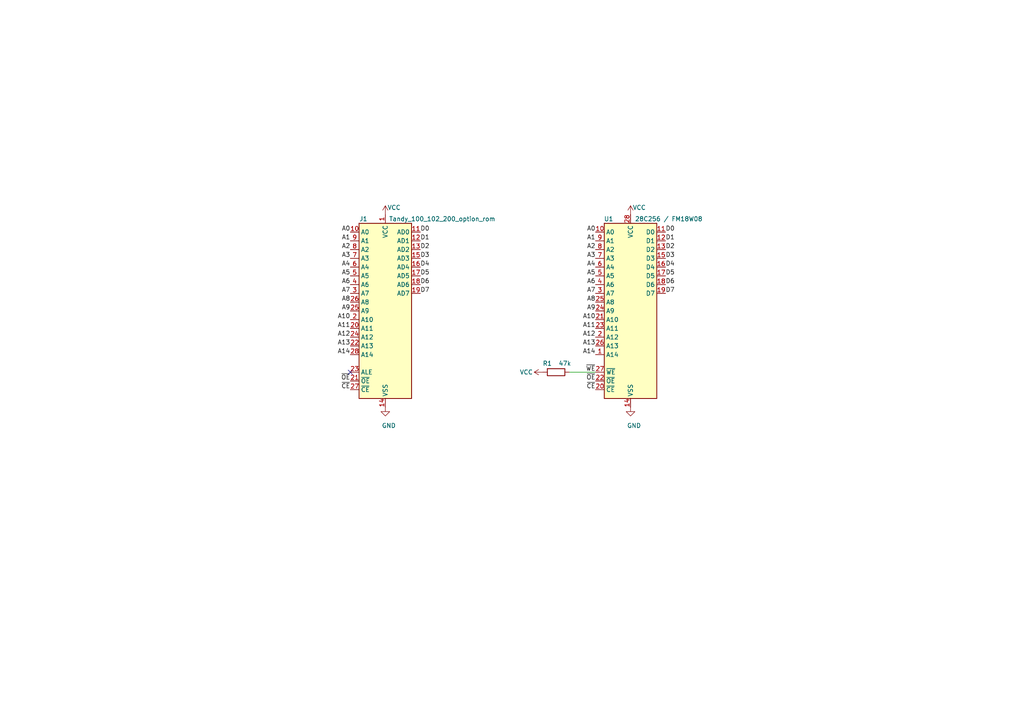
<source format=kicad_sch>
(kicad_sch (version 20211123) (generator eeschema)
  (paper "A4")
  (title_block (title "Teeprom") (date "2022-12-21") (rev "005") (company "Brian K. White - b.kenyon.w@gmail.com") (comment 1 "Option ROM for TANDY 100 102 200") (comment 2 "CC-BY-SA"))
  (lib_symbols
    (symbol "000_LOCAL:28C256"
      (property "Reference" "U" (at -7.62 26.67 0))
      (property "Value" "28C256" (at 2.54 -26.67 0))
      (symbol "28C256_1_1"
        (rectangle (start -7.62 25.4) (end 7.62 -25.4) (stroke (width 0.254)) (fill (type background)))
        (pin input line (at -10.16 -12.7 0) (length 2.54) (name "A14") (number "1"))
        (pin input line (at -10.16 22.86 0) (length 2.54) (name "A0") (number "10"))
        (pin tri_state line (at 10.16 22.86 180) (length 2.54) (name "D0") (number "11"))
        (pin tri_state line (at 10.16 20.32 180) (length 2.54) (name "D1") (number "12"))
        (pin tri_state line (at 10.16 17.78 180) (length 2.54) (name "D2") (number "13"))
        (pin power_in line (at 0 -27.94 90) (length 2.54) (name "VSS") (number "14"))
        (pin tri_state line (at 10.16 15.24 180) (length 2.54) (name "D3") (number "15"))
        (pin tri_state line (at 10.16 12.7 180) (length 2.54) (name "D4") (number "16"))
        (pin tri_state line (at 10.16 10.16 180) (length 2.54) (name "D5") (number "17"))
        (pin tri_state line (at 10.16 7.62 180) (length 2.54) (name "D6") (number "18"))
        (pin tri_state line (at 10.16 5.08 180) (length 2.54) (name "D7") (number "19"))
        (pin input line (at -10.16 -7.62 0) (length 2.54) (name "A12") (number "2"))
        (pin input line (at -10.16 -22.86 0) (length 2.54) (name "~{CE}") (number "20"))
        (pin input line (at -10.16 -2.54 0) (length 2.54) (name "A10") (number "21"))
        (pin input line (at -10.16 -20.32 0) (length 2.54) (name "~{OE}") (number "22"))
        (pin input line (at -10.16 -5.08 0) (length 2.54) (name "A11") (number "23"))
        (pin input line (at -10.16 0 0) (length 2.54) (name "A9") (number "24"))
        (pin input line (at -10.16 2.54 0) (length 2.54) (name "A8") (number "25"))
        (pin input line (at -10.16 -10.16 0) (length 2.54) (name "A13") (number "26"))
        (pin input line (at -10.16 -17.78 0) (length 2.54) (name "~{WE}") (number "27"))
        (pin power_in line (at 0 27.94 270) (length 2.54) (name "VCC") (number "28"))
        (pin input line (at -10.16 5.08 0) (length 2.54) (name "A7") (number "3"))
        (pin input line (at -10.16 7.62 0) (length 2.54) (name "A6") (number "4"))
        (pin input line (at -10.16 10.16 0) (length 2.54) (name "A5") (number "5"))
        (pin input line (at -10.16 12.7 0) (length 2.54) (name "A4") (number "6"))
        (pin input line (at -10.16 15.24 0) (length 2.54) (name "A3") (number "7"))
        (pin input line (at -10.16 17.78 0) (length 2.54) (name "A2") (number "8"))
        (pin input line (at -10.16 20.32 0) (length 2.54) (name "A1") (number "9"))
      )
    )
    (symbol "000_LOCAL:R" (pin_numbers hide) (pin_names (offset 0))
      (property "Reference" "R" (at 2.032 0 90))
      (property "Value" "R" (at 0 0 90))
      (symbol "R_0_1"
        (rectangle (start -1.016 -2.54) (end 1.016 2.54) (stroke (width 0.254)))
      )
      (symbol "R_1_1"
        (pin passive line (at 0 3.81 270) (length 1.27) (name "~") (number "1"))
        (pin passive line (at 0 -3.81 90) (length 1.27) (name "~") (number "2"))
      )
    )
    (symbol "000_LOCAL:Tandy_100_102_200_option_rom"
      (property "Reference" "U" (at -7.62 26.67 0))
      (property "Value" "Tandy_100_102_200_option_rom" (at 2.54 -26.67 0))
      (symbol "Tandy_100_102_200_option_rom_1_1"
        (rectangle (start -7.62 25.4) (end 7.62 -25.4) (stroke (width 0.254)) (fill (type background)))
        (pin power_in line (at 0 27.94 270) (length 2.54) (name "VCC") (number "1"))
        (pin input line (at -10.16 22.86 0) (length 2.54) (name "A0") (number "10"))
        (pin tri_state line (at 10.16 22.86 180) (length 2.54) (name "AD0") (number "11"))
        (pin tri_state line (at 10.16 20.32 180) (length 2.54) (name "AD1") (number "12"))
        (pin tri_state line (at 10.16 17.78 180) (length 2.54) (name "AD2") (number "13"))
        (pin power_in line (at 0 -27.94 90) (length 2.54) (name "VSS") (number "14"))
        (pin tri_state line (at 10.16 15.24 180) (length 2.54) (name "AD3") (number "15"))
        (pin tri_state line (at 10.16 12.7 180) (length 2.54) (name "AD4") (number "16"))
        (pin tri_state line (at 10.16 10.16 180) (length 2.54) (name "AD5") (number "17"))
        (pin tri_state line (at 10.16 7.62 180) (length 2.54) (name "AD6") (number "18"))
        (pin tri_state line (at 10.16 5.08 180) (length 2.54) (name "AD7") (number "19"))
        (pin input line (at -10.16 -2.54 0) (length 2.54) (name "A10") (number "2"))
        (pin input line (at -10.16 -5.08 0) (length 2.54) (name "A11") (number "20"))
        (pin input line (at -10.16 -20.32 0) (length 2.54) (name "~{OE}") (number "21"))
        (pin input line (at -10.16 -10.16 0) (length 2.54) (name "A13") (number "22"))
        (pin input line (at -10.16 -17.78 0) (length 2.54) (name "ALE") (number "23"))
        (pin input line (at -10.16 -7.62 0) (length 2.54) (name "A12") (number "24"))
        (pin input line (at -10.16 0 0) (length 2.54) (name "A9") (number "25"))
        (pin input line (at -10.16 2.54 0) (length 2.54) (name "A8") (number "26"))
        (pin input line (at -10.16 -22.86 0) (length 2.54) (name "~{CE}") (number "27"))
        (pin input line (at -10.16 -12.7 0) (length 2.54) (name "A14") (number "28"))
        (pin input line (at -10.16 5.08 0) (length 2.54) (name "A7") (number "3"))
        (pin input line (at -10.16 7.62 0) (length 2.54) (name "A6") (number "4"))
        (pin input line (at -10.16 10.16 0) (length 2.54) (name "A5") (number "5"))
        (pin input line (at -10.16 12.7 0) (length 2.54) (name "A4") (number "6"))
        (pin input line (at -10.16 15.24 0) (length 2.54) (name "A3") (number "7"))
        (pin input line (at -10.16 17.78 0) (length 2.54) (name "A2") (number "8"))
        (pin input line (at -10.16 20.32 0) (length 2.54) (name "A1") (number "9"))
      )
    )
    (symbol "power:GND" (power) (pin_names (offset 0))
      (property "Value" "GND" (at 0 -3.81 0))
      (symbol "GND_0_1"
        (polyline (pts (xy 0 0) (xy 0 -1.27) (xy 1.27 -1.27) (xy 0 -2.54) (xy -1.27 -1.27) (xy 0 -1.27)))
      )
      (symbol "GND_1_1"
        (pin power_in line (at 0 0 270) (length 0) hide (name "GND") (number "1"))
      )
    )
    (symbol "power:VCC" (power) (pin_names (offset 0))
      (property "Value" "VCC" (at 0 3.81 0))
      (symbol "VCC_0_1"
        (polyline (pts (xy -0.762 1.27) (xy 0 2.54)))
        (polyline (pts (xy 0 0) (xy 0 2.54)))
        (polyline (pts (xy 0 2.54) (xy 0.762 1.27)))
      )
      (symbol "VCC_1_1"
        (pin power_in line (at 0 0 90) (length 0) hide (name "VCC") (number "1"))
      )
    )
  )
  (no_connect (at 101.6 107.95))
  (wire (pts (xy 165.1 107.95) (xy 172.72 107.95)))
  (label "D6" (at 193.04 82.55 0))
  (label "A0" (at 172.72 67.31 180))
  (label "D7" (at 121.92 85.09 0))
  (label "A4" (at 172.72 77.47 180))
  (label "A3" (at 101.6 74.93 180))
  (label "A5" (at 101.6 80.01 180))
  (label "D2" (at 193.04 72.39 0))
  (label "A12" (at 172.72 97.79 180))
  (label "A5" (at 172.72 80.01 180))
  (label "A7" (at 101.6 85.09 180))
  (label "A1" (at 101.6 69.85 180))
  (label "A2" (at 172.72 72.39 180))
  (label "~{CE}" (at 172.72 113.03 180))
  (label "~{CE}" (at 101.6 113.03 180))
  (label "D2" (at 121.92 72.39 0))
  (label "A7" (at 172.72 85.09 180))
  (label "~{OE}" (at 101.6 110.49 180))
  (label "A0" (at 101.6 67.31 180))
  (label "A14" (at 172.72 102.87 180))
  (label "~{WE}" (at 172.72 107.95 180))
  (label "D5" (at 193.04 80.01 0))
  (label "A13" (at 172.72 100.33 180))
  (label "A10" (at 172.72 92.71 180))
  (label "D4" (at 121.92 77.47 0))
  (label "A11" (at 172.72 95.25 180))
  (label "A9" (at 101.6 90.17 180))
  (label "A3" (at 172.72 74.93 180))
  (label "A1" (at 172.72 69.85 180))
  (label "D0" (at 193.04 67.31 0))
  (label "D4" (at 193.04 77.47 0))
  (label "D1" (at 121.92 69.85 0))
  (label "D0" (at 121.92 67.31 0))
  (label "D5" (at 121.92 80.01 0))
  (label "D3" (at 121.92 74.93 0))
  (label "A11" (at 101.6 95.25 180))
  (label "A8" (at 101.6 87.63 180))
  (label "D6" (at 121.92 82.55 0))
  (label "A8" (at 172.72 87.63 180))
  (label "A9" (at 172.72 90.17 180))
  (label "D1" (at 193.04 69.85 0))
  (label "A12" (at 101.6 97.79 180))
  (label "A10" (at 101.6 92.71 180))
  (label "D7" (at 193.04 85.09 0))
  (label "A13" (at 101.6 100.33 180))
  (label "~{OE}" (at 172.72 110.49 180))
  (label "A14" (at 101.6 102.87 180))
  (label "D3" (at 193.04 74.93 0))
  (label "A6" (at 172.72 82.55 180))
  (label "A4" (at 101.6 77.47 180))
  (label "A6" (at 101.6 82.55 180))
  (label "A2" (at 101.6 72.39 180))
  (symbol (lib_id "000_LOCAL:28C256") (at 182.88 90.17 0) (unit 1)
    (property "Reference" "U1" (at 176.53 63.5 0))
    (property "Value" "28C256 / FM18W08" (at 184.15 63.5 0) (effects (justify left)))
    (property "Footprint" "000_LOCAL:SOIC-28W" (effects hide))
    (property "Datasheet" "http://ww1.microchip.com/downloads/en/DeviceDoc/doc0006.pdf" (effects hide))
  )
  (symbol (lib_id "000_LOCAL:R") (at 161.29 107.95 270) (unit 1)
    (property "Reference" "R1" (at 158.75 105.41 90))
    (property "Value" "47k" (at 163.83 105.41 90))
    (property "Footprint" "000_LOCAL:R_0805" (effects hide))
  )
  (symbol (lib_id "000_LOCAL:Tandy_100_102_200_option_rom") (at 111.76 90.17 0) (unit 1)
    (property "Reference" "J1" (at 105.41 63.5 0))
    (property "Value" "Tandy_100_102_200_option_rom" (at 128.27 63.5 0))
    (property "Footprint" "000_LOCAL:Molex78802_PCB_28" (effects hide))
  )
  (symbol (lib_id "power:VCC") (at 111.76 62.23 0) (unit 1)
    (property "Reference" "#PWR0101" (effects hide))
    (property "Value" "VCC" (at 114.3 60.198 0))
  )
  (symbol (lib_id "power:VCC") (at 182.88 62.23 0) (unit 1)
    (property "Reference" "#PWR0102" (effects hide))
    (property "Value" "VCC" (at 185.42 60.198 0))
  )
  (symbol (lib_id "power:VCC") (at 157.48 107.95 90) (mirror x) (unit 1)
    (property "Reference" "#PWR0103" (effects hide))
    (property "Value" "VCC" (at 152.654 107.95 90))
  )
  (symbol (lib_id "power:GND") (at 111.76 118.11 0) (unit 1)
    (property "Reference" "#PWR0104" (effects hide))
    (property "Value" "GND" (at 112.776 123.444 0))
  )
  (symbol (lib_id "power:GND") (at 182.88 118.11 0) (unit 1)
    (property "Reference" "#PWR0105" (effects hide))
    (property "Value" "GND" (at 183.896 123.444 0))
  )
)
</source>
